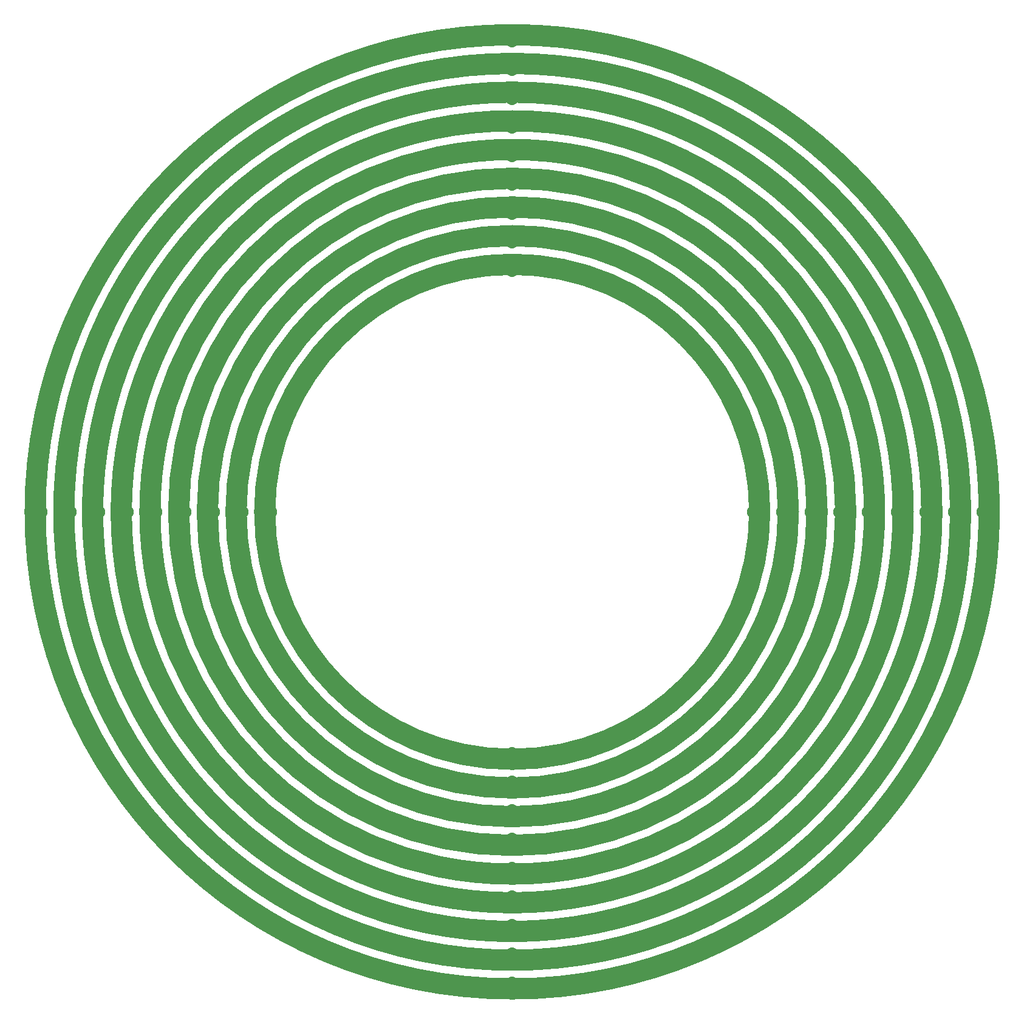
<source format=gbr>
%TF.GenerationSoftware,KiCad,Pcbnew,9.0.2*%
%TF.CreationDate,2025-09-28T22:00:49+01:00*%
%TF.ProjectId,X_pogo-ring,585f706f-676f-42d7-9269-6e672e6b6963,rev?*%
%TF.SameCoordinates,Original*%
%TF.FileFunction,Copper,L2,Bot*%
%TF.FilePolarity,Positive*%
%FSLAX46Y46*%
G04 Gerber Fmt 4.6, Leading zero omitted, Abs format (unit mm)*
G04 Created by KiCad (PCBNEW 9.0.2) date 2025-09-28 22:00:49*
%MOMM*%
%LPD*%
G01*
G04 APERTURE LIST*
%TA.AperFunction,Conductor*%
%ADD10C,3.000000*%
%TD*%
%TA.AperFunction,ViaPad*%
%ADD11C,2.000000*%
%TD*%
%TA.AperFunction,ViaPad*%
%ADD12C,1.600000*%
%TD*%
G04 APERTURE END LIST*
D10*
%TO.N,8*%
X173967000Y-88265000D02*
G75*
G02*
X48967000Y-88265000I-62500000J0D01*
G01*
X48967000Y-88265000D02*
G75*
G02*
X173967000Y-88265000I62500000J0D01*
G01*
%TO.N,3*%
X153967000Y-88265000D02*
G75*
G02*
X68967000Y-88265000I-42500000J0D01*
G01*
X68967000Y-88265000D02*
G75*
G02*
X153967000Y-88265000I42500000J0D01*
G01*
%TO.N,7*%
X169967000Y-88265000D02*
G75*
G02*
X52967000Y-88265000I-58500000J0D01*
G01*
X52967000Y-88265000D02*
G75*
G02*
X169967000Y-88265000I58500000J0D01*
G01*
%TO.N,9*%
X177967000Y-88265000D02*
G75*
G02*
X44967000Y-88265000I-66500000J0D01*
G01*
X44967000Y-88265000D02*
G75*
G02*
X177967000Y-88265000I66500000J0D01*
G01*
%TO.N,5*%
X161967000Y-88265000D02*
G75*
G02*
X60967000Y-88265000I-50500000J0D01*
G01*
X60967000Y-88265000D02*
G75*
G02*
X161967000Y-88265000I50500000J0D01*
G01*
%TO.N,6*%
X165967000Y-88265000D02*
G75*
G02*
X56967000Y-88265000I-54500000J0D01*
G01*
X56967000Y-88265000D02*
G75*
G02*
X165967000Y-88265000I54500000J0D01*
G01*
%TO.N,4*%
X157967000Y-88265000D02*
G75*
G02*
X64967000Y-88265000I-46500000J0D01*
G01*
X64967000Y-88265000D02*
G75*
G02*
X157967000Y-88265000I46500000J0D01*
G01*
%TO.N,1*%
X145967000Y-88265000D02*
G75*
G02*
X76967000Y-88265000I-34500000J0D01*
G01*
X76967000Y-88265000D02*
G75*
G02*
X145967000Y-88265000I34500000J0D01*
G01*
%TO.N,2*%
X149967000Y-88265000D02*
G75*
G02*
X72967000Y-88265000I-38500000J0D01*
G01*
X72967000Y-88265000D02*
G75*
G02*
X149967000Y-88265000I38500000J0D01*
G01*
%TD*%
D11*
%TO.N,1*%
X87128135Y-112730865D03*
X136083583Y-112754583D03*
D12*
X111467000Y-54765000D03*
X144998000Y-88265000D03*
X77936000Y-88265000D03*
X111467000Y-121794000D03*
D11*
X135805865Y-64053135D03*
X87083000Y-63881000D03*
D12*
%TO.N,2*%
X148998000Y-88265000D03*
X111467000Y-125794000D03*
D11*
X84254573Y-61052573D03*
D12*
X73936000Y-88265000D03*
D11*
X84299708Y-115559292D03*
X138634292Y-61224708D03*
X138912010Y-115583010D03*
D12*
X111467000Y-50765000D03*
D11*
%TO.N,3*%
X81426146Y-58224146D03*
D12*
X69936000Y-88265000D03*
D11*
X81471281Y-118387719D03*
D12*
X111467000Y-46765000D03*
X152998000Y-88265000D03*
D11*
X141740437Y-118411437D03*
D12*
X111467000Y-129794000D03*
D11*
X141462719Y-58396281D03*
D12*
%TO.N,4*%
X111467000Y-42765000D03*
D11*
X78642854Y-121216146D03*
D12*
X156998000Y-88265000D03*
D11*
X78597719Y-55395719D03*
X144291146Y-55567854D03*
D12*
X111467000Y-133794000D03*
X65936000Y-88265000D03*
D11*
X144568864Y-121239864D03*
D12*
%TO.N,5*%
X160998000Y-88265000D03*
X61936000Y-88265000D03*
D11*
X75814427Y-124044573D03*
X147119573Y-52739427D03*
D12*
X111467000Y-137794000D03*
D11*
X147397291Y-124068291D03*
D12*
X111467000Y-38765000D03*
D11*
X75769292Y-52567292D03*
%TO.N,6*%
X72940865Y-49738865D03*
X149948000Y-49911000D03*
D12*
X111467000Y-34765000D03*
X164998000Y-88265000D03*
X57936000Y-88265000D03*
X111467000Y-141794000D03*
D11*
X150225718Y-126896718D03*
X72986000Y-126873000D03*
%TO.N,7*%
X70112437Y-46910437D03*
D12*
X53936000Y-88265000D03*
D11*
X152776428Y-47082572D03*
D12*
X168998000Y-88265000D03*
X111467000Y-30765000D03*
D11*
X153054146Y-129725146D03*
X70157572Y-129701428D03*
D12*
X111467000Y-145794000D03*
D11*
%TO.N,8*%
X67329145Y-132529855D03*
D12*
X49936000Y-88265000D03*
X111467000Y-26765000D03*
D11*
X155882573Y-132553573D03*
X155604855Y-44254145D03*
D12*
X172998000Y-88265000D03*
D11*
X67284010Y-44082010D03*
D12*
X111467000Y-149794000D03*
D11*
%TO.N,9*%
X158711000Y-135382000D03*
X64455583Y-41253583D03*
X64500718Y-135358282D03*
X158433282Y-41425718D03*
D12*
X111467000Y-153794000D03*
X111467000Y-22765000D03*
X176998000Y-88265000D03*
X45936000Y-88265000D03*
%TD*%
M02*

</source>
